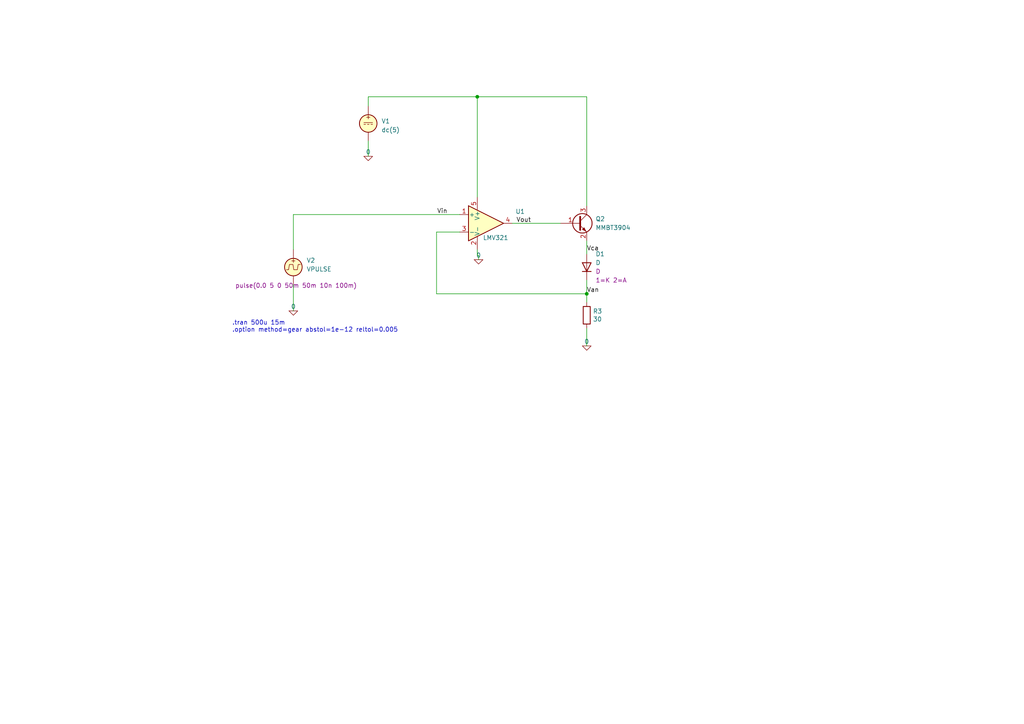
<source format=kicad_sch>
(kicad_sch (version 20230121) (generator eeschema)
  (paper "A4")
  (lib_symbols
    (symbol "Amplifier_Operational:LMV321" (pin_names (offset 0.127))
      (property "Reference" "U" (at 0 5.08 0))
      (property "Value" "LMV321" (at 0 -5.08 0))
      (symbol "LMV321_0_1"
        (polyline (pts (xy -5.08 5.08) (xy 5.08 0) (xy -5.08 -5.08) (xy -5.08 5.08)) (stroke (width 0.254)) (fill (type background)))
        (pin power_in line (at -2.54 -7.62 90) (length 3.81) (name "V-") (number "2"))
        (pin power_in line (at -2.54 7.62 270) (length 3.81) (name "V+") (number "5"))
      )
      (symbol "LMV321_1_1"
        (pin input line (at -7.62 2.54 0) (length 2.54) (name "+") (number "1"))
        (pin input line (at -7.62 -2.54 0) (length 2.54) (name "-") (number "3"))
        (pin output line (at 7.62 0 180) (length 2.54) (name "~") (number "4"))
      )
    )
    (symbol "Device:R" (pin_numbers hide) (pin_names (offset 0))
      (property "Reference" "R" (at 2.032 0 90))
      (property "Value" "R" (at 0 0 90))
      (symbol "R_0_1"
        (rectangle (start -1.016 -2.54) (end 1.016 2.54) (stroke (width 0.254)))
      )
      (symbol "R_1_1"
        (pin passive line (at 0 3.81 270) (length 1.27) (name "~") (number "1"))
        (pin passive line (at 0 -3.81 90) (length 1.27) (name "~") (number "2"))
      )
    )
    (symbol "Simulation_SPICE:0" (power) (pin_names (offset 0))
      (property "Value" "0" (at 0 -1.778 0))
      (symbol "0_0_1"
        (polyline (pts (xy -1.27 0) (xy 0 -1.27) (xy 1.27 0) (xy -1.27 0)))
      )
      (symbol "0_1_1"
        (pin power_in line (at 0 0 0) (length 0) hide (name "0") (number "1"))
      )
    )
    (symbol "Simulation_SPICE:D" (pin_numbers hide) (pin_names (offset 1.016) hide)
      (property "Reference" "D" (at 0 2.54 0))
      (property "Value" "D" (at 0 -2.54 0))
      (property "Sim.Device" "D" (at 0 0 0))
      (property "Sim.Pins" "1=K 2=A" (at 0 0 0))
      (symbol "D_0_1"
        (polyline (pts (xy -1.27 1.27) (xy -1.27 -1.27)) (stroke (width 0.254)))
        (polyline (pts (xy 1.27 0) (xy -1.27 0)))
        (polyline (pts (xy 1.27 1.27) (xy 1.27 -1.27) (xy -1.27 0) (xy 1.27 1.27)) (stroke (width 0.254)))
      )
      (symbol "D_1_1"
        (pin passive line (at -3.81 0 0) (length 2.54) (name "K") (number "1"))
        (pin passive line (at 3.81 0 180) (length 2.54) (name "A") (number "2"))
      )
    )
    (symbol "Simulation_SPICE:VDC" (pin_numbers hide) (pin_names (offset 0.0254))
      (property "Reference" "V" (at 2.54 2.54 0))
      (property "Value" "1" (at 2.54 0 0))
      (symbol "VDC_0_0"
        (polyline (pts (xy -1.27 0.254) (xy 1.27 0.254)))
        (polyline (pts (xy -0.762 -0.254) (xy -1.27 -0.254)))
        (polyline (pts (xy 0.254 -0.254) (xy -0.254 -0.254)))
        (polyline (pts (xy 1.27 -0.254) (xy 0.762 -0.254)))
        (text "+" (at 0 1.905 0) (effects (font (size 1.27 1.27))))
      )
      (symbol "VDC_0_1"
        (circle (center 0 0) (radius 2.54) (stroke (width 0.254)) (fill (type background)))
      )
      (symbol "VDC_1_1"
        (pin passive line (at 0 5.08 270) (length 2.54) (name "~") (number "1"))
        (pin passive line (at 0 -5.08 90) (length 2.54) (name "~") (number "2"))
      )
    )
    (symbol "Simulation_SPICE:VPULSE" (pin_numbers hide) (pin_names (offset 0.0254))
      (property "Reference" "V" (at 2.54 2.54 0))
      (property "Value" "VPULSE" (at 2.54 0 0))
      (property "Sim.Params" "y1=0 y2=1 td=2n tr=2n tf=2n tw=50n per=100n" (at 2.54 -2.54 0))
      (symbol "VPULSE_0_0"
        (polyline (pts (xy -2.032 -0.762) (xy -1.397 -0.762) (xy -1.143 0.762) (xy -0.127 0.762) (xy 0.127 -0.762) (xy 1.143 -0.762) (xy 1.397 0.762) (xy 2.032 0.762)))
        (text "+" (at 0 1.905 0) (effects (font (size 1.27 1.27))))
      )
      (symbol "VPULSE_0_1"
        (circle (center 0 0) (radius 2.54) (stroke (width 0.254)) (fill (type background)))
      )
      (symbol "VPULSE_1_1"
        (pin passive line (at 0 5.08 270) (length 2.54) (name "~") (number "1"))
        (pin passive line (at 0 -5.08 90) (length 2.54) (name "~") (number "2"))
      )
    )
    (symbol "Transistor_BJT:MMBT3904" (pin_names (offset 0) hide)
      (property "Reference" "Q" (at 5.08 1.905 0))
      (property "Value" "MMBT3904" (at 5.08 0 0))
      (symbol "MMBT3904_0_1"
        (polyline (pts (xy 0.635 0.635) (xy 2.54 2.54)))
        (polyline (pts (xy 0.635 -0.635) (xy 2.54 -2.54) (xy 2.54 -2.54)))
        (polyline (pts (xy 0.635 1.905) (xy 0.635 -1.905) (xy 0.635 -1.905)) (stroke (width 0.508)))
        (polyline (pts (xy 1.27 -1.778) (xy 1.778 -1.27) (xy 2.286 -2.286) (xy 1.27 -1.778) (xy 1.27 -1.778)) (fill (type outline)))
        (circle (center 1.27 0) (radius 2.8194) (stroke (width 0.254)))
      )
      (symbol "MMBT3904_1_1"
        (pin input line (at -5.08 0 0) (length 5.715) (name "B") (number "1"))
        (pin passive line (at 2.54 -5.08 90) (length 2.54) (name "E") (number "2"))
        (pin passive line (at 2.54 5.08 270) (length 2.54) (name "C") (number "3"))
      )
    )
  )
  (junction (at 138.43 28.067))
  (junction (at 170.18 85.217))
  (wire (pts (xy 138.43 28.067) (xy 138.43 57.15)))
  (wire (pts (xy 148.59 64.77) (xy 162.56 64.77)))
  (wire (pts (xy 170.18 69.85) (xy 170.18 73.66)))
  (wire (pts (xy 138.811 74.041) (xy 138.811 75.311)))
  (wire (pts (xy 138.43 74.041) (xy 138.811 74.041)))
  (wire (pts (xy 106.807 30.734) (xy 106.807 28.067)))
  (wire (pts (xy 170.18 95.25) (xy 170.18 100.33)))
  (wire (pts (xy 85.09 62.23) (xy 133.35 62.23)))
  (wire (pts (xy 85.09 62.23) (xy 85.09 72.39)))
  (wire (pts (xy 138.43 28.067) (xy 170.18 28.067)))
  (wire (pts (xy 106.807 40.894) (xy 106.807 45.339)))
  (wire (pts (xy 85.09 82.55) (xy 85.09 90.17)))
  (wire (pts (xy 106.807 28.067) (xy 138.43 28.067)))
  (wire (pts (xy 170.18 59.69) (xy 170.18 28.067)))
  (wire (pts (xy 170.18 85.217) (xy 170.18 87.63)))
  (wire (pts (xy 138.43 72.39) (xy 138.43 74.041)))
  (wire (pts (xy 126.619 85.217) (xy 170.18 85.217)))
  (wire (pts (xy 170.18 81.28) (xy 170.18 85.217)))
  (wire (pts (xy 126.619 67.31) (xy 133.35 67.31)))
  (wire (pts (xy 126.619 85.217) (xy 126.619 67.31)))
  (text ".tran 500u 15m \n.option method=gear abstol=1e-12 reltol=0.005" (at 67.31 96.52 0) (effects (font (size 1.27 1.27)) (justify left bottom)))
  (label "Vin" (at 126.746 62.23 0))
  (label "Vout" (at 149.733 64.77 0))
  (label "Vca" (at 170.18 73.025 0))
  (label "Van" (at 170.18 85.09 0))
  (symbol (lib_id "Simulation_SPICE:0") (at 106.807 45.339 0) (unit 1)
    (property "Reference" "#GND01" (effects hide))
    (property "Value" "0" (at 106.807 44.069 0))
  )
  (symbol (lib_id "Amplifier_Operational:LMV321") (at 140.97 64.77 0) (unit 1)
    (property "Reference" "U1" (at 150.876 61.3411 0))
    (property "Value" "LMV321" (at 143.764 68.961 0))
    (property "Datasheet" "http://www.ti.com/lit/ds/symlink/lmv324.pdf" (effects hide))
    (property "Sim.Library" "spice_libs/LMV321.MOD" (effects hide))
    (property "Sim.Name" "lMV321" (effects hide))
    (property "Sim.Device" "SUBCKT" (effects hide))
    (property "Sim.Pins" "1=3 2=5 3=2 4=6 5=4" (effects hide))
  )
  (symbol (lib_id "Device:R") (at 170.18 91.44 0) (unit 1)
    (property "Reference" "R3" (at 171.958 90.2716 0) (effects (justify left)))
    (property "Value" "30" (at 171.958 92.583 0) (effects (justify left)))
    (property "Footprint" "Resistor_SMD:R_0402_1005Metric" (effects hide))
  )
  (symbol (lib_id "Simulation_SPICE:VPULSE") (at 85.09 77.47 0) (unit 1)
    (property "Reference" "V2" (at 88.9 75.5292 0) (effects (justify left)))
    (property "Value" "VPULSE" (at 88.9 78.0692 0) (effects (justify left)))
    (property "Sim.Pins" "1=+ 2=-" (effects hide))
    (property "Sim.Type" "PULSE" (effects hide))
    (property "Sim.Device" "V" (effects hide))
    (property "Sim.Params" "pulse(0.0 5 0 50m 50m 10n 100m)" (at 68.199 82.804 0) (effects (justify left)))
  )
  (symbol (lib_id "Simulation_SPICE:D") (at 170.18 77.47 90) (unit 1)
    (property "Reference" "D1" (at 172.72 73.66 90) (effects (justify right)))
    (property "Value" "D" (at 172.72 76.2 90) (effects (justify right)))
    (property "Sim.Device" "D" (at 172.72 78.74 90) (effects (justify right)))
    (property "Sim.Pins" "1=K 2=A" (at 172.72 81.28 90) (effects (justify right)))
    (property "Sim.Params" "is=1.417n rs=3.3 n=7.3" (effects hide))
  )
  (symbol (lib_id "Simulation_SPICE:0") (at 170.18 100.33 0) (unit 1)
    (property "Reference" "#GND04" (effects hide))
    (property "Value" "0" (at 170.18 99.06 0))
  )
  (symbol (lib_id "Simulation_SPICE:0") (at 85.09 90.17 0) (unit 1)
    (property "Reference" "#GND02" (effects hide))
    (property "Value" "0" (at 85.09 88.9 0))
  )
  (symbol (lib_id "Transistor_BJT:MMBT3904") (at 167.64 64.77 0) (unit 1)
    (property "Reference" "Q2" (at 172.72 63.5 0) (effects (justify left)))
    (property "Value" "MMBT3904" (at 172.72 66.04 0) (effects (justify left)))
    (property "Footprint" "Package_TO_SOT_SMD:SOT-23" (effects hide))
    (property "Datasheet" "https://www.onsemi.com/pdf/datasheet/pzt3904-d.pdf" (effects hide))
    (property "Sim.Library" "spice_libs/MMBT3904.spice.txt" (effects hide))
    (property "Sim.Name" "DI_MMBT3904" (effects hide))
    (property "Sim.Device" "NPN" (effects hide))
    (property "Sim.Type" "GUMMELPOON" (effects hide))
    (property "Sim.Pins" "1=B 2=E 3=C" (effects hide))
  )
  (symbol (lib_id "Simulation_SPICE:0") (at 138.811 75.311 0) (unit 1)
    (property "Reference" "#GND03" (effects hide))
    (property "Value" "0" (at 138.811 74.041 0))
  )
  (symbol (lib_id "Simulation_SPICE:VDC") (at 106.807 35.814 0) (unit 1)
    (property "Reference" "V1" (at 110.617 35.1432 0) (effects (justify left)))
    (property "Value" "dc(5)" (at 110.617 37.6832 0) (effects (justify left)))
    (property "Sim.Pins" "1=+ 2=-" (effects hide))
    (property "Sim.Type" "DC" (effects hide))
    (property "Sim.Device" "V" (effects hide))
  )
)
</source>
